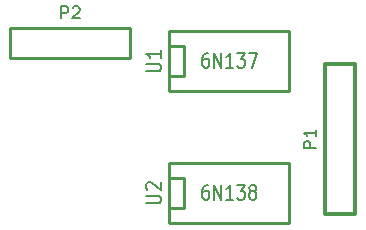
<source format=gto>
G04 #@! TF.FileFunction,Legend,Top*
%FSLAX46Y46*%
G04 Gerber Fmt 4.6, Leading zero omitted, Abs format (unit mm)*
G04 Created by KiCad (PCBNEW (2015-08-11 BZR 6084)-product) date 9/4/2015 1:52:21 AM*
%MOMM*%
G01*
G04 APERTURE LIST*
%ADD10C,0.150000*%
%ADD11C,0.304800*%
%ADD12C,0.254000*%
%ADD13C,0.203200*%
G04 APERTURE END LIST*
D10*
D11*
X200152000Y-156464000D02*
X202692000Y-156464000D01*
X202692000Y-143764000D02*
X200152000Y-143764000D01*
X200152000Y-156464000D02*
X200152000Y-143764000D01*
X202692000Y-143764000D02*
X202692000Y-156464000D01*
D12*
X183642000Y-143256000D02*
X173482000Y-143256000D01*
X183642000Y-140716000D02*
X173482000Y-140716000D01*
X173482000Y-140716000D02*
X173482000Y-143256000D01*
X183642000Y-143256000D02*
X183642000Y-140716000D01*
X186944000Y-142240000D02*
X188214000Y-142240000D01*
X188214000Y-142240000D02*
X188214000Y-144780000D01*
X188214000Y-144780000D02*
X186944000Y-144780000D01*
X186944000Y-140970000D02*
X197104000Y-140970000D01*
X197104000Y-140970000D02*
X197104000Y-146050000D01*
X197104000Y-146050000D02*
X186944000Y-146050000D01*
X186944000Y-146050000D02*
X186944000Y-140970000D01*
X186944000Y-153416000D02*
X188214000Y-153416000D01*
X188214000Y-153416000D02*
X188214000Y-155956000D01*
X188214000Y-155956000D02*
X186944000Y-155956000D01*
X186944000Y-152146000D02*
X197104000Y-152146000D01*
X197104000Y-152146000D02*
X197104000Y-157226000D01*
X197104000Y-157226000D02*
X186944000Y-157226000D01*
X186944000Y-157226000D02*
X186944000Y-152146000D01*
D13*
X199341619Y-150863904D02*
X198325619Y-150863904D01*
X198325619Y-150476857D01*
X198374000Y-150380095D01*
X198422381Y-150331714D01*
X198519143Y-150283333D01*
X198664286Y-150283333D01*
X198761048Y-150331714D01*
X198809429Y-150380095D01*
X198857810Y-150476857D01*
X198857810Y-150863904D01*
X199341619Y-149315714D02*
X199341619Y-149896285D01*
X199341619Y-149605999D02*
X198325619Y-149605999D01*
X198470762Y-149702761D01*
X198567524Y-149799523D01*
X198615905Y-149896285D01*
X177812096Y-139905619D02*
X177812096Y-138889619D01*
X178199143Y-138889619D01*
X178295905Y-138938000D01*
X178344286Y-138986381D01*
X178392667Y-139083143D01*
X178392667Y-139228286D01*
X178344286Y-139325048D01*
X178295905Y-139373429D01*
X178199143Y-139421810D01*
X177812096Y-139421810D01*
X178779715Y-138986381D02*
X178828096Y-138938000D01*
X178924858Y-138889619D01*
X179166762Y-138889619D01*
X179263524Y-138938000D01*
X179311905Y-138986381D01*
X179360286Y-139083143D01*
X179360286Y-139179905D01*
X179311905Y-139325048D01*
X178731334Y-139905619D01*
X179360286Y-139905619D01*
X184978524Y-144380857D02*
X186006619Y-144380857D01*
X186127571Y-144326429D01*
X186188048Y-144272000D01*
X186248524Y-144163143D01*
X186248524Y-143945429D01*
X186188048Y-143836571D01*
X186127571Y-143782143D01*
X186006619Y-143727714D01*
X184978524Y-143727714D01*
X186248524Y-142584714D02*
X186248524Y-143237857D01*
X186248524Y-142911285D02*
X184978524Y-142911285D01*
X185159952Y-143020142D01*
X185280905Y-143129000D01*
X185341381Y-143237857D01*
X190233905Y-142814524D02*
X190040382Y-142814524D01*
X189943620Y-142875000D01*
X189895239Y-142935476D01*
X189798477Y-143116905D01*
X189750096Y-143358810D01*
X189750096Y-143842619D01*
X189798477Y-143963571D01*
X189846858Y-144024048D01*
X189943620Y-144084524D01*
X190137143Y-144084524D01*
X190233905Y-144024048D01*
X190282286Y-143963571D01*
X190330667Y-143842619D01*
X190330667Y-143540238D01*
X190282286Y-143419286D01*
X190233905Y-143358810D01*
X190137143Y-143298333D01*
X189943620Y-143298333D01*
X189846858Y-143358810D01*
X189798477Y-143419286D01*
X189750096Y-143540238D01*
X190766096Y-144084524D02*
X190766096Y-142814524D01*
X191346667Y-144084524D01*
X191346667Y-142814524D01*
X192362667Y-144084524D02*
X191782096Y-144084524D01*
X192072382Y-144084524D02*
X192072382Y-142814524D01*
X191975620Y-142995952D01*
X191878858Y-143116905D01*
X191782096Y-143177381D01*
X192701334Y-142814524D02*
X193330286Y-142814524D01*
X192991620Y-143298333D01*
X193136762Y-143298333D01*
X193233524Y-143358810D01*
X193281905Y-143419286D01*
X193330286Y-143540238D01*
X193330286Y-143842619D01*
X193281905Y-143963571D01*
X193233524Y-144024048D01*
X193136762Y-144084524D01*
X192846477Y-144084524D01*
X192749715Y-144024048D01*
X192701334Y-143963571D01*
X193668953Y-142814524D02*
X194346286Y-142814524D01*
X193910858Y-144084524D01*
X184978524Y-155556857D02*
X186006619Y-155556857D01*
X186127571Y-155502429D01*
X186188048Y-155448000D01*
X186248524Y-155339143D01*
X186248524Y-155121429D01*
X186188048Y-155012571D01*
X186127571Y-154958143D01*
X186006619Y-154903714D01*
X184978524Y-154903714D01*
X185099476Y-154413857D02*
X185039000Y-154359428D01*
X184978524Y-154250571D01*
X184978524Y-153978428D01*
X185039000Y-153869571D01*
X185099476Y-153815142D01*
X185220429Y-153760714D01*
X185341381Y-153760714D01*
X185522810Y-153815142D01*
X186248524Y-154468285D01*
X186248524Y-153760714D01*
X190233905Y-153990524D02*
X190040382Y-153990524D01*
X189943620Y-154051000D01*
X189895239Y-154111476D01*
X189798477Y-154292905D01*
X189750096Y-154534810D01*
X189750096Y-155018619D01*
X189798477Y-155139571D01*
X189846858Y-155200048D01*
X189943620Y-155260524D01*
X190137143Y-155260524D01*
X190233905Y-155200048D01*
X190282286Y-155139571D01*
X190330667Y-155018619D01*
X190330667Y-154716238D01*
X190282286Y-154595286D01*
X190233905Y-154534810D01*
X190137143Y-154474333D01*
X189943620Y-154474333D01*
X189846858Y-154534810D01*
X189798477Y-154595286D01*
X189750096Y-154716238D01*
X190766096Y-155260524D02*
X190766096Y-153990524D01*
X191346667Y-155260524D01*
X191346667Y-153990524D01*
X192362667Y-155260524D02*
X191782096Y-155260524D01*
X192072382Y-155260524D02*
X192072382Y-153990524D01*
X191975620Y-154171952D01*
X191878858Y-154292905D01*
X191782096Y-154353381D01*
X192701334Y-153990524D02*
X193330286Y-153990524D01*
X192991620Y-154474333D01*
X193136762Y-154474333D01*
X193233524Y-154534810D01*
X193281905Y-154595286D01*
X193330286Y-154716238D01*
X193330286Y-155018619D01*
X193281905Y-155139571D01*
X193233524Y-155200048D01*
X193136762Y-155260524D01*
X192846477Y-155260524D01*
X192749715Y-155200048D01*
X192701334Y-155139571D01*
X193910858Y-154534810D02*
X193814096Y-154474333D01*
X193765715Y-154413857D01*
X193717334Y-154292905D01*
X193717334Y-154232429D01*
X193765715Y-154111476D01*
X193814096Y-154051000D01*
X193910858Y-153990524D01*
X194104381Y-153990524D01*
X194201143Y-154051000D01*
X194249524Y-154111476D01*
X194297905Y-154232429D01*
X194297905Y-154292905D01*
X194249524Y-154413857D01*
X194201143Y-154474333D01*
X194104381Y-154534810D01*
X193910858Y-154534810D01*
X193814096Y-154595286D01*
X193765715Y-154655762D01*
X193717334Y-154776714D01*
X193717334Y-155018619D01*
X193765715Y-155139571D01*
X193814096Y-155200048D01*
X193910858Y-155260524D01*
X194104381Y-155260524D01*
X194201143Y-155200048D01*
X194249524Y-155139571D01*
X194297905Y-155018619D01*
X194297905Y-154776714D01*
X194249524Y-154655762D01*
X194201143Y-154595286D01*
X194104381Y-154534810D01*
M02*

</source>
